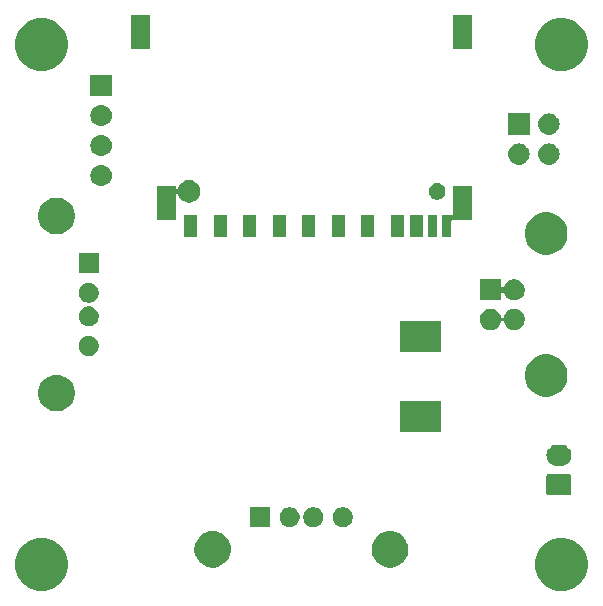
<source format=gbr>
G04 #@! TF.GenerationSoftware,KiCad,Pcbnew,(5.1.4-0-10_14)*
G04 #@! TF.CreationDate,2020-12-07T20:11:59-03:00*
G04 #@! TF.ProjectId,hub_usb_sd,6875625f-7573-4625-9f73-642e6b696361,1.0*
G04 #@! TF.SameCoordinates,Original*
G04 #@! TF.FileFunction,Soldermask,Top*
G04 #@! TF.FilePolarity,Negative*
%FSLAX46Y46*%
G04 Gerber Fmt 4.6, Leading zero omitted, Abs format (unit mm)*
G04 Created by KiCad (PCBNEW (5.1.4-0-10_14)) date 2020-12-07 20:11:59*
%MOMM*%
%LPD*%
G04 APERTURE LIST*
%ADD10C,0.100000*%
G04 APERTURE END LIST*
D10*
G36*
X167275880Y-114759776D02*
G01*
X167656593Y-114835504D01*
X168066249Y-115005189D01*
X168434929Y-115251534D01*
X168748466Y-115565071D01*
X168994811Y-115933751D01*
X169164496Y-116343407D01*
X169251000Y-116778296D01*
X169251000Y-117221704D01*
X169164496Y-117656593D01*
X168994811Y-118066249D01*
X168748466Y-118434929D01*
X168434929Y-118748466D01*
X168066249Y-118994811D01*
X167656593Y-119164496D01*
X167275880Y-119240224D01*
X167221705Y-119251000D01*
X166778295Y-119251000D01*
X166724120Y-119240224D01*
X166343407Y-119164496D01*
X165933751Y-118994811D01*
X165565071Y-118748466D01*
X165251534Y-118434929D01*
X165005189Y-118066249D01*
X164835504Y-117656593D01*
X164749000Y-117221704D01*
X164749000Y-116778296D01*
X164835504Y-116343407D01*
X165005189Y-115933751D01*
X165251534Y-115565071D01*
X165565071Y-115251534D01*
X165933751Y-115005189D01*
X166343407Y-114835504D01*
X166724120Y-114759776D01*
X166778295Y-114749000D01*
X167221705Y-114749000D01*
X167275880Y-114759776D01*
X167275880Y-114759776D01*
G37*
G36*
X123275880Y-114759776D02*
G01*
X123656593Y-114835504D01*
X124066249Y-115005189D01*
X124434929Y-115251534D01*
X124748466Y-115565071D01*
X124994811Y-115933751D01*
X125164496Y-116343407D01*
X125251000Y-116778296D01*
X125251000Y-117221704D01*
X125164496Y-117656593D01*
X124994811Y-118066249D01*
X124748466Y-118434929D01*
X124434929Y-118748466D01*
X124066249Y-118994811D01*
X123656593Y-119164496D01*
X123275880Y-119240224D01*
X123221705Y-119251000D01*
X122778295Y-119251000D01*
X122724120Y-119240224D01*
X122343407Y-119164496D01*
X121933751Y-118994811D01*
X121565071Y-118748466D01*
X121251534Y-118434929D01*
X121005189Y-118066249D01*
X120835504Y-117656593D01*
X120749000Y-117221704D01*
X120749000Y-116778296D01*
X120835504Y-116343407D01*
X121005189Y-115933751D01*
X121251534Y-115565071D01*
X121565071Y-115251534D01*
X121933751Y-115005189D01*
X122343407Y-114835504D01*
X122724120Y-114759776D01*
X122778295Y-114749000D01*
X123221705Y-114749000D01*
X123275880Y-114759776D01*
X123275880Y-114759776D01*
G37*
G36*
X152802585Y-114198802D02*
G01*
X152952410Y-114228604D01*
X153234674Y-114345521D01*
X153488705Y-114515259D01*
X153704741Y-114731295D01*
X153874479Y-114985326D01*
X153977082Y-115233033D01*
X153991396Y-115267591D01*
X154031055Y-115466967D01*
X154051000Y-115567240D01*
X154051000Y-115872760D01*
X153991396Y-116172410D01*
X153874479Y-116454674D01*
X153704741Y-116708705D01*
X153488705Y-116924741D01*
X153234674Y-117094479D01*
X152952410Y-117211396D01*
X152802585Y-117241198D01*
X152652761Y-117271000D01*
X152347239Y-117271000D01*
X152197415Y-117241198D01*
X152047590Y-117211396D01*
X151765326Y-117094479D01*
X151511295Y-116924741D01*
X151295259Y-116708705D01*
X151125521Y-116454674D01*
X151008604Y-116172410D01*
X150949000Y-115872760D01*
X150949000Y-115567240D01*
X150968946Y-115466967D01*
X151008604Y-115267591D01*
X151022918Y-115233033D01*
X151125521Y-114985326D01*
X151295259Y-114731295D01*
X151511295Y-114515259D01*
X151765326Y-114345521D01*
X152047590Y-114228604D01*
X152197415Y-114198802D01*
X152347239Y-114169000D01*
X152652761Y-114169000D01*
X152802585Y-114198802D01*
X152802585Y-114198802D01*
G37*
G36*
X137802585Y-114198802D02*
G01*
X137952410Y-114228604D01*
X138234674Y-114345521D01*
X138488705Y-114515259D01*
X138704741Y-114731295D01*
X138874479Y-114985326D01*
X138977082Y-115233033D01*
X138991396Y-115267591D01*
X139031055Y-115466967D01*
X139051000Y-115567240D01*
X139051000Y-115872760D01*
X138991396Y-116172410D01*
X138874479Y-116454674D01*
X138704741Y-116708705D01*
X138488705Y-116924741D01*
X138234674Y-117094479D01*
X137952410Y-117211396D01*
X137802585Y-117241198D01*
X137652761Y-117271000D01*
X137347239Y-117271000D01*
X137197415Y-117241198D01*
X137047590Y-117211396D01*
X136765326Y-117094479D01*
X136511295Y-116924741D01*
X136295259Y-116708705D01*
X136125521Y-116454674D01*
X136008604Y-116172410D01*
X135949000Y-115872760D01*
X135949000Y-115567240D01*
X135968946Y-115466967D01*
X136008604Y-115267591D01*
X136022918Y-115233033D01*
X136125521Y-114985326D01*
X136295259Y-114731295D01*
X136511295Y-114515259D01*
X136765326Y-114345521D01*
X137047590Y-114228604D01*
X137197415Y-114198802D01*
X137347239Y-114169000D01*
X137652761Y-114169000D01*
X137802585Y-114198802D01*
X137802585Y-114198802D01*
G37*
G36*
X148748228Y-112191703D02*
G01*
X148903100Y-112255853D01*
X149042481Y-112348985D01*
X149161015Y-112467519D01*
X149254147Y-112606900D01*
X149318297Y-112761772D01*
X149351000Y-112926184D01*
X149351000Y-113093816D01*
X149318297Y-113258228D01*
X149254147Y-113413100D01*
X149161015Y-113552481D01*
X149042481Y-113671015D01*
X148903100Y-113764147D01*
X148748228Y-113828297D01*
X148583816Y-113861000D01*
X148416184Y-113861000D01*
X148251772Y-113828297D01*
X148096900Y-113764147D01*
X147957519Y-113671015D01*
X147838985Y-113552481D01*
X147745853Y-113413100D01*
X147681703Y-113258228D01*
X147649000Y-113093816D01*
X147649000Y-112926184D01*
X147681703Y-112761772D01*
X147745853Y-112606900D01*
X147838985Y-112467519D01*
X147957519Y-112348985D01*
X148096900Y-112255853D01*
X148251772Y-112191703D01*
X148416184Y-112159000D01*
X148583816Y-112159000D01*
X148748228Y-112191703D01*
X148748228Y-112191703D01*
G37*
G36*
X146248228Y-112191703D02*
G01*
X146403100Y-112255853D01*
X146542481Y-112348985D01*
X146661015Y-112467519D01*
X146754147Y-112606900D01*
X146818297Y-112761772D01*
X146851000Y-112926184D01*
X146851000Y-113093816D01*
X146818297Y-113258228D01*
X146754147Y-113413100D01*
X146661015Y-113552481D01*
X146542481Y-113671015D01*
X146403100Y-113764147D01*
X146248228Y-113828297D01*
X146083816Y-113861000D01*
X145916184Y-113861000D01*
X145751772Y-113828297D01*
X145596900Y-113764147D01*
X145457519Y-113671015D01*
X145338985Y-113552481D01*
X145245853Y-113413100D01*
X145181703Y-113258228D01*
X145149000Y-113093816D01*
X145149000Y-112926184D01*
X145181703Y-112761772D01*
X145245853Y-112606900D01*
X145338985Y-112467519D01*
X145457519Y-112348985D01*
X145596900Y-112255853D01*
X145751772Y-112191703D01*
X145916184Y-112159000D01*
X146083816Y-112159000D01*
X146248228Y-112191703D01*
X146248228Y-112191703D01*
G37*
G36*
X144248228Y-112191703D02*
G01*
X144403100Y-112255853D01*
X144542481Y-112348985D01*
X144661015Y-112467519D01*
X144754147Y-112606900D01*
X144818297Y-112761772D01*
X144851000Y-112926184D01*
X144851000Y-113093816D01*
X144818297Y-113258228D01*
X144754147Y-113413100D01*
X144661015Y-113552481D01*
X144542481Y-113671015D01*
X144403100Y-113764147D01*
X144248228Y-113828297D01*
X144083816Y-113861000D01*
X143916184Y-113861000D01*
X143751772Y-113828297D01*
X143596900Y-113764147D01*
X143457519Y-113671015D01*
X143338985Y-113552481D01*
X143245853Y-113413100D01*
X143181703Y-113258228D01*
X143149000Y-113093816D01*
X143149000Y-112926184D01*
X143181703Y-112761772D01*
X143245853Y-112606900D01*
X143338985Y-112467519D01*
X143457519Y-112348985D01*
X143596900Y-112255853D01*
X143751772Y-112191703D01*
X143916184Y-112159000D01*
X144083816Y-112159000D01*
X144248228Y-112191703D01*
X144248228Y-112191703D01*
G37*
G36*
X142351000Y-113861000D02*
G01*
X140649000Y-113861000D01*
X140649000Y-112159000D01*
X142351000Y-112159000D01*
X142351000Y-113861000D01*
X142351000Y-113861000D01*
G37*
G36*
X167708600Y-109362989D02*
G01*
X167741652Y-109373015D01*
X167772103Y-109389292D01*
X167798799Y-109411201D01*
X167820708Y-109437897D01*
X167836985Y-109468348D01*
X167847011Y-109501400D01*
X167851000Y-109541903D01*
X167851000Y-110978097D01*
X167847011Y-111018600D01*
X167836985Y-111051652D01*
X167820708Y-111082103D01*
X167798799Y-111108799D01*
X167772103Y-111130708D01*
X167741652Y-111146985D01*
X167708600Y-111157011D01*
X167668097Y-111161000D01*
X165931903Y-111161000D01*
X165891400Y-111157011D01*
X165858348Y-111146985D01*
X165827897Y-111130708D01*
X165801201Y-111108799D01*
X165779292Y-111082103D01*
X165763015Y-111051652D01*
X165752989Y-111018600D01*
X165749000Y-110978097D01*
X165749000Y-109541903D01*
X165752989Y-109501400D01*
X165763015Y-109468348D01*
X165779292Y-109437897D01*
X165801201Y-109411201D01*
X165827897Y-109389292D01*
X165858348Y-109373015D01*
X165891400Y-109362989D01*
X165931903Y-109359000D01*
X167668097Y-109359000D01*
X167708600Y-109362989D01*
X167708600Y-109362989D01*
G37*
G36*
X167060443Y-106865519D02*
G01*
X167126627Y-106872037D01*
X167296466Y-106923557D01*
X167452991Y-107007222D01*
X167488729Y-107036552D01*
X167590186Y-107119814D01*
X167673448Y-107221271D01*
X167702778Y-107257009D01*
X167786443Y-107413534D01*
X167837963Y-107583373D01*
X167855359Y-107760000D01*
X167837963Y-107936627D01*
X167786443Y-108106466D01*
X167702778Y-108262991D01*
X167673448Y-108298729D01*
X167590186Y-108400186D01*
X167488729Y-108483448D01*
X167452991Y-108512778D01*
X167296466Y-108596443D01*
X167126627Y-108647963D01*
X167060443Y-108654481D01*
X166994260Y-108661000D01*
X166605740Y-108661000D01*
X166539557Y-108654481D01*
X166473373Y-108647963D01*
X166303534Y-108596443D01*
X166147009Y-108512778D01*
X166111271Y-108483448D01*
X166009814Y-108400186D01*
X165926552Y-108298729D01*
X165897222Y-108262991D01*
X165813557Y-108106466D01*
X165762037Y-107936627D01*
X165744641Y-107760000D01*
X165762037Y-107583373D01*
X165813557Y-107413534D01*
X165897222Y-107257009D01*
X165926552Y-107221271D01*
X166009814Y-107119814D01*
X166111271Y-107036552D01*
X166147009Y-107007222D01*
X166303534Y-106923557D01*
X166473373Y-106872037D01*
X166539557Y-106865519D01*
X166605740Y-106859000D01*
X166994260Y-106859000D01*
X167060443Y-106865519D01*
X167060443Y-106865519D01*
G37*
G36*
X156779000Y-105778000D02*
G01*
X153377000Y-105778000D01*
X153377000Y-103176000D01*
X156779000Y-103176000D01*
X156779000Y-105778000D01*
X156779000Y-105778000D01*
G37*
G36*
X124582585Y-100978802D02*
G01*
X124732410Y-101008604D01*
X125014674Y-101125521D01*
X125268705Y-101295259D01*
X125484741Y-101511295D01*
X125654479Y-101765326D01*
X125771396Y-102047590D01*
X125831000Y-102347240D01*
X125831000Y-102652760D01*
X125771396Y-102952410D01*
X125654479Y-103234674D01*
X125484741Y-103488705D01*
X125268705Y-103704741D01*
X125014674Y-103874479D01*
X124732410Y-103991396D01*
X124582585Y-104021198D01*
X124432761Y-104051000D01*
X124127239Y-104051000D01*
X123977415Y-104021198D01*
X123827590Y-103991396D01*
X123545326Y-103874479D01*
X123291295Y-103704741D01*
X123075259Y-103488705D01*
X122905521Y-103234674D01*
X122788604Y-102952410D01*
X122729000Y-102652760D01*
X122729000Y-102347240D01*
X122788604Y-102047590D01*
X122905521Y-101765326D01*
X123075259Y-101511295D01*
X123291295Y-101295259D01*
X123545326Y-101125521D01*
X123827590Y-101008604D01*
X123977415Y-100978802D01*
X124127239Y-100949000D01*
X124432761Y-100949000D01*
X124582585Y-100978802D01*
X124582585Y-100978802D01*
G37*
G36*
X166245331Y-99288211D02*
G01*
X166573092Y-99423974D01*
X166868070Y-99621072D01*
X167118928Y-99871930D01*
X167316026Y-100166908D01*
X167451789Y-100494669D01*
X167521000Y-100842616D01*
X167521000Y-101197384D01*
X167451789Y-101545331D01*
X167316026Y-101873092D01*
X167118928Y-102168070D01*
X166868070Y-102418928D01*
X166573092Y-102616026D01*
X166245331Y-102751789D01*
X165897384Y-102821000D01*
X165542616Y-102821000D01*
X165194669Y-102751789D01*
X164866908Y-102616026D01*
X164571930Y-102418928D01*
X164321072Y-102168070D01*
X164123974Y-101873092D01*
X163988211Y-101545331D01*
X163919000Y-101197384D01*
X163919000Y-100842616D01*
X163988211Y-100494669D01*
X164123974Y-100166908D01*
X164321072Y-99871930D01*
X164571930Y-99621072D01*
X164866908Y-99423974D01*
X165194669Y-99288211D01*
X165542616Y-99219000D01*
X165897384Y-99219000D01*
X166245331Y-99288211D01*
X166245331Y-99288211D01*
G37*
G36*
X127238228Y-97681703D02*
G01*
X127393100Y-97745853D01*
X127532481Y-97838985D01*
X127651015Y-97957519D01*
X127744147Y-98096900D01*
X127808297Y-98251772D01*
X127841000Y-98416184D01*
X127841000Y-98583816D01*
X127808297Y-98748228D01*
X127744147Y-98903100D01*
X127651015Y-99042481D01*
X127532481Y-99161015D01*
X127393100Y-99254147D01*
X127238228Y-99318297D01*
X127073816Y-99351000D01*
X126906184Y-99351000D01*
X126741772Y-99318297D01*
X126586900Y-99254147D01*
X126447519Y-99161015D01*
X126328985Y-99042481D01*
X126235853Y-98903100D01*
X126171703Y-98748228D01*
X126139000Y-98583816D01*
X126139000Y-98416184D01*
X126171703Y-98251772D01*
X126235853Y-98096900D01*
X126328985Y-97957519D01*
X126447519Y-97838985D01*
X126586900Y-97745853D01*
X126741772Y-97681703D01*
X126906184Y-97649000D01*
X127073816Y-97649000D01*
X127238228Y-97681703D01*
X127238228Y-97681703D01*
G37*
G36*
X156779000Y-98978000D02*
G01*
X153377000Y-98978000D01*
X153377000Y-96376000D01*
X156779000Y-96376000D01*
X156779000Y-98978000D01*
X156779000Y-98978000D01*
G37*
G36*
X161123512Y-95353927D02*
G01*
X161272812Y-95383624D01*
X161436784Y-95451544D01*
X161584354Y-95550147D01*
X161709853Y-95675646D01*
X161808456Y-95823216D01*
X161876376Y-95987188D01*
X161887405Y-96042638D01*
X161894516Y-96066078D01*
X161906067Y-96087689D01*
X161921613Y-96106631D01*
X161940555Y-96122176D01*
X161962165Y-96133727D01*
X161985614Y-96140840D01*
X162010000Y-96143242D01*
X162034387Y-96140840D01*
X162057835Y-96133727D01*
X162079446Y-96122176D01*
X162098388Y-96106630D01*
X162113933Y-96087688D01*
X162125484Y-96066078D01*
X162132595Y-96042638D01*
X162143624Y-95987188D01*
X162211544Y-95823216D01*
X162310147Y-95675646D01*
X162435646Y-95550147D01*
X162583216Y-95451544D01*
X162747188Y-95383624D01*
X162896488Y-95353927D01*
X162921258Y-95349000D01*
X163098742Y-95349000D01*
X163123512Y-95353927D01*
X163272812Y-95383624D01*
X163436784Y-95451544D01*
X163584354Y-95550147D01*
X163709853Y-95675646D01*
X163808456Y-95823216D01*
X163876376Y-95987188D01*
X163911000Y-96161259D01*
X163911000Y-96338741D01*
X163876376Y-96512812D01*
X163808456Y-96676784D01*
X163709853Y-96824354D01*
X163584354Y-96949853D01*
X163436784Y-97048456D01*
X163272812Y-97116376D01*
X163123512Y-97146073D01*
X163098742Y-97151000D01*
X162921258Y-97151000D01*
X162896488Y-97146073D01*
X162747188Y-97116376D01*
X162583216Y-97048456D01*
X162435646Y-96949853D01*
X162310147Y-96824354D01*
X162211544Y-96676784D01*
X162143624Y-96512812D01*
X162132595Y-96457362D01*
X162125484Y-96433922D01*
X162113933Y-96412311D01*
X162098387Y-96393369D01*
X162079445Y-96377824D01*
X162057835Y-96366273D01*
X162034386Y-96359160D01*
X162010000Y-96356758D01*
X161985613Y-96359160D01*
X161962165Y-96366273D01*
X161940554Y-96377824D01*
X161921612Y-96393370D01*
X161906067Y-96412312D01*
X161894516Y-96433922D01*
X161887405Y-96457362D01*
X161876376Y-96512812D01*
X161808456Y-96676784D01*
X161709853Y-96824354D01*
X161584354Y-96949853D01*
X161436784Y-97048456D01*
X161272812Y-97116376D01*
X161123512Y-97146073D01*
X161098742Y-97151000D01*
X160921258Y-97151000D01*
X160896488Y-97146073D01*
X160747188Y-97116376D01*
X160583216Y-97048456D01*
X160435646Y-96949853D01*
X160310147Y-96824354D01*
X160211544Y-96676784D01*
X160143624Y-96512812D01*
X160109000Y-96338741D01*
X160109000Y-96161259D01*
X160143624Y-95987188D01*
X160211544Y-95823216D01*
X160310147Y-95675646D01*
X160435646Y-95550147D01*
X160583216Y-95451544D01*
X160747188Y-95383624D01*
X160896488Y-95353927D01*
X160921258Y-95349000D01*
X161098742Y-95349000D01*
X161123512Y-95353927D01*
X161123512Y-95353927D01*
G37*
G36*
X127238228Y-95181703D02*
G01*
X127393100Y-95245853D01*
X127532481Y-95338985D01*
X127651015Y-95457519D01*
X127744147Y-95596900D01*
X127808297Y-95751772D01*
X127841000Y-95916184D01*
X127841000Y-96083816D01*
X127808297Y-96248228D01*
X127744147Y-96403100D01*
X127651015Y-96542481D01*
X127532481Y-96661015D01*
X127393100Y-96754147D01*
X127238228Y-96818297D01*
X127073816Y-96851000D01*
X126906184Y-96851000D01*
X126741772Y-96818297D01*
X126586900Y-96754147D01*
X126447519Y-96661015D01*
X126328985Y-96542481D01*
X126235853Y-96403100D01*
X126171703Y-96248228D01*
X126139000Y-96083816D01*
X126139000Y-95916184D01*
X126171703Y-95751772D01*
X126235853Y-95596900D01*
X126328985Y-95457519D01*
X126447519Y-95338985D01*
X126586900Y-95245853D01*
X126741772Y-95181703D01*
X126906184Y-95149000D01*
X127073816Y-95149000D01*
X127238228Y-95181703D01*
X127238228Y-95181703D01*
G37*
G36*
X127238228Y-93181703D02*
G01*
X127393100Y-93245853D01*
X127532481Y-93338985D01*
X127651015Y-93457519D01*
X127744147Y-93596900D01*
X127808297Y-93751772D01*
X127841000Y-93916184D01*
X127841000Y-94083816D01*
X127808297Y-94248228D01*
X127744147Y-94403100D01*
X127651015Y-94542481D01*
X127532481Y-94661015D01*
X127393100Y-94754147D01*
X127238228Y-94818297D01*
X127073816Y-94851000D01*
X126906184Y-94851000D01*
X126741772Y-94818297D01*
X126586900Y-94754147D01*
X126447519Y-94661015D01*
X126328985Y-94542481D01*
X126235853Y-94403100D01*
X126171703Y-94248228D01*
X126139000Y-94083816D01*
X126139000Y-93916184D01*
X126171703Y-93751772D01*
X126235853Y-93596900D01*
X126328985Y-93457519D01*
X126447519Y-93338985D01*
X126586900Y-93245853D01*
X126741772Y-93181703D01*
X126906184Y-93149000D01*
X127073816Y-93149000D01*
X127238228Y-93181703D01*
X127238228Y-93181703D01*
G37*
G36*
X161911000Y-93420383D02*
G01*
X161913402Y-93444769D01*
X161920515Y-93468218D01*
X161932066Y-93489829D01*
X161947611Y-93508771D01*
X161966553Y-93524316D01*
X161988164Y-93535867D01*
X162011613Y-93542980D01*
X162035999Y-93545382D01*
X162060385Y-93542980D01*
X162083834Y-93535867D01*
X162105445Y-93524316D01*
X162124387Y-93508771D01*
X162139932Y-93489829D01*
X162151477Y-93468229D01*
X162211544Y-93323216D01*
X162310147Y-93175646D01*
X162435646Y-93050147D01*
X162583216Y-92951544D01*
X162747188Y-92883624D01*
X162896488Y-92853927D01*
X162921258Y-92849000D01*
X163098742Y-92849000D01*
X163123512Y-92853927D01*
X163272812Y-92883624D01*
X163436784Y-92951544D01*
X163584354Y-93050147D01*
X163709853Y-93175646D01*
X163808456Y-93323216D01*
X163876376Y-93487188D01*
X163911000Y-93661259D01*
X163911000Y-93838741D01*
X163876376Y-94012812D01*
X163808456Y-94176784D01*
X163709853Y-94324354D01*
X163584354Y-94449853D01*
X163436784Y-94548456D01*
X163272812Y-94616376D01*
X163123512Y-94646073D01*
X163098742Y-94651000D01*
X162921258Y-94651000D01*
X162896488Y-94646073D01*
X162747188Y-94616376D01*
X162583216Y-94548456D01*
X162435646Y-94449853D01*
X162310147Y-94324354D01*
X162211544Y-94176784D01*
X162151477Y-94031771D01*
X162139932Y-94010171D01*
X162124387Y-93991229D01*
X162105445Y-93975684D01*
X162083834Y-93964133D01*
X162060385Y-93957020D01*
X162035999Y-93954618D01*
X162011613Y-93957020D01*
X161988164Y-93964133D01*
X161966553Y-93975684D01*
X161947611Y-93991229D01*
X161932066Y-94010171D01*
X161920515Y-94031782D01*
X161913402Y-94055231D01*
X161911000Y-94079617D01*
X161911000Y-94651000D01*
X160109000Y-94651000D01*
X160109000Y-92849000D01*
X161911000Y-92849000D01*
X161911000Y-93420383D01*
X161911000Y-93420383D01*
G37*
G36*
X127841000Y-92351000D02*
G01*
X126139000Y-92351000D01*
X126139000Y-90649000D01*
X127841000Y-90649000D01*
X127841000Y-92351000D01*
X127841000Y-92351000D01*
G37*
G36*
X166245331Y-87248211D02*
G01*
X166573092Y-87383974D01*
X166868070Y-87581072D01*
X167118928Y-87831930D01*
X167316026Y-88126908D01*
X167451789Y-88454669D01*
X167521000Y-88802616D01*
X167521000Y-89157384D01*
X167451789Y-89505331D01*
X167316026Y-89833092D01*
X167118928Y-90128070D01*
X166868070Y-90378928D01*
X166573092Y-90576026D01*
X166245331Y-90711789D01*
X165897384Y-90781000D01*
X165542616Y-90781000D01*
X165194669Y-90711789D01*
X164866908Y-90576026D01*
X164571930Y-90378928D01*
X164321072Y-90128070D01*
X164123974Y-89833092D01*
X163988211Y-89505331D01*
X163919000Y-89157384D01*
X163919000Y-88802616D01*
X163988211Y-88454669D01*
X164123974Y-88126908D01*
X164321072Y-87831930D01*
X164571930Y-87581072D01*
X164866908Y-87383974D01*
X165194669Y-87248211D01*
X165542616Y-87179000D01*
X165897384Y-87179000D01*
X166245331Y-87248211D01*
X166245331Y-87248211D01*
G37*
G36*
X159451000Y-87862000D02*
G01*
X157807399Y-87862000D01*
X157783013Y-87864402D01*
X157759564Y-87871515D01*
X157737953Y-87883066D01*
X157719011Y-87898611D01*
X157703466Y-87917553D01*
X157691915Y-87939164D01*
X157684802Y-87962613D01*
X157682400Y-87986999D01*
X157682400Y-89312000D01*
X156880400Y-89312000D01*
X156880400Y-87410000D01*
X157724001Y-87410000D01*
X157748387Y-87407598D01*
X157771836Y-87400485D01*
X157793447Y-87388934D01*
X157812389Y-87373389D01*
X157827934Y-87354447D01*
X157839485Y-87332836D01*
X157846598Y-87309387D01*
X157849000Y-87285001D01*
X157849000Y-84960000D01*
X159451000Y-84960000D01*
X159451000Y-87862000D01*
X159451000Y-87862000D01*
G37*
G36*
X156482400Y-89312000D02*
G01*
X155680400Y-89312000D01*
X155680400Y-87410000D01*
X156482400Y-87410000D01*
X156482400Y-89312000D01*
X156482400Y-89312000D01*
G37*
G36*
X155332430Y-89312000D02*
G01*
X154230430Y-89312000D01*
X154230430Y-87410000D01*
X155332430Y-87410000D01*
X155332430Y-89312000D01*
X155332430Y-89312000D01*
G37*
G36*
X153682430Y-89312000D02*
G01*
X152580430Y-89312000D01*
X152580430Y-87410000D01*
X153682430Y-87410000D01*
X153682430Y-89312000D01*
X153682430Y-89312000D01*
G37*
G36*
X148682430Y-89312000D02*
G01*
X147580430Y-89312000D01*
X147580430Y-87410000D01*
X148682430Y-87410000D01*
X148682430Y-89312000D01*
X148682430Y-89312000D01*
G37*
G36*
X146182428Y-89312000D02*
G01*
X145080428Y-89312000D01*
X145080428Y-87410000D01*
X146182428Y-87410000D01*
X146182428Y-89312000D01*
X146182428Y-89312000D01*
G37*
G36*
X143682430Y-89312000D02*
G01*
X142580430Y-89312000D01*
X142580430Y-87410000D01*
X143682430Y-87410000D01*
X143682430Y-89312000D01*
X143682430Y-89312000D01*
G37*
G36*
X141182430Y-89312000D02*
G01*
X140080430Y-89312000D01*
X140080430Y-87410000D01*
X141182430Y-87410000D01*
X141182430Y-89312000D01*
X141182430Y-89312000D01*
G37*
G36*
X138682430Y-89312000D02*
G01*
X137580430Y-89312000D01*
X137580430Y-87410000D01*
X138682430Y-87410000D01*
X138682430Y-89312000D01*
X138682430Y-89312000D01*
G37*
G36*
X136182430Y-89312000D02*
G01*
X135080430Y-89312000D01*
X135080430Y-87410000D01*
X136182430Y-87410000D01*
X136182430Y-89312000D01*
X136182430Y-89312000D01*
G37*
G36*
X151182430Y-89312000D02*
G01*
X150080430Y-89312000D01*
X150080430Y-87410000D01*
X151182430Y-87410000D01*
X151182430Y-89312000D01*
X151182430Y-89312000D01*
G37*
G36*
X124582585Y-85978802D02*
G01*
X124732410Y-86008604D01*
X125014674Y-86125521D01*
X125268705Y-86295259D01*
X125484741Y-86511295D01*
X125654479Y-86765326D01*
X125771396Y-87047590D01*
X125831000Y-87347240D01*
X125831000Y-87652760D01*
X125771396Y-87952410D01*
X125654479Y-88234674D01*
X125484741Y-88488705D01*
X125268705Y-88704741D01*
X125014674Y-88874479D01*
X124732410Y-88991396D01*
X124582585Y-89021198D01*
X124432761Y-89051000D01*
X124127239Y-89051000D01*
X123977415Y-89021198D01*
X123827590Y-88991396D01*
X123545326Y-88874479D01*
X123291295Y-88704741D01*
X123075259Y-88488705D01*
X122905521Y-88234674D01*
X122788604Y-87952410D01*
X122729000Y-87652760D01*
X122729000Y-87347240D01*
X122788604Y-87047590D01*
X122905521Y-86765326D01*
X123075259Y-86511295D01*
X123291295Y-86295259D01*
X123545326Y-86125521D01*
X123827590Y-86008604D01*
X123977415Y-85978802D01*
X124127239Y-85949000D01*
X124432761Y-85949000D01*
X124582585Y-85978802D01*
X124582585Y-85978802D01*
G37*
G36*
X135777395Y-84496546D02*
G01*
X135950466Y-84568234D01*
X135950467Y-84568235D01*
X136106227Y-84672310D01*
X136238690Y-84804773D01*
X136238691Y-84804775D01*
X136342766Y-84960534D01*
X136414454Y-85133605D01*
X136451000Y-85317333D01*
X136451000Y-85504667D01*
X136414454Y-85688395D01*
X136342766Y-85861466D01*
X136342765Y-85861467D01*
X136238690Y-86017227D01*
X136106227Y-86149690D01*
X136027818Y-86202081D01*
X135950466Y-86253766D01*
X135777395Y-86325454D01*
X135593667Y-86362000D01*
X135406333Y-86362000D01*
X135222605Y-86325454D01*
X135049534Y-86253766D01*
X134972182Y-86202081D01*
X134893773Y-86149690D01*
X134761310Y-86017227D01*
X134657235Y-85861467D01*
X134657234Y-85861466D01*
X134591483Y-85702729D01*
X134579932Y-85681118D01*
X134564387Y-85662176D01*
X134545445Y-85646631D01*
X134523834Y-85635080D01*
X134500385Y-85627967D01*
X134475999Y-85625565D01*
X134451613Y-85627967D01*
X134428164Y-85635080D01*
X134406553Y-85646631D01*
X134387611Y-85662176D01*
X134372066Y-85681118D01*
X134360515Y-85702729D01*
X134353402Y-85726178D01*
X134351000Y-85750564D01*
X134351000Y-87862000D01*
X132749000Y-87862000D01*
X132749000Y-84960000D01*
X134351000Y-84960000D01*
X134351000Y-85071436D01*
X134353402Y-85095822D01*
X134360515Y-85119271D01*
X134372066Y-85140882D01*
X134387611Y-85159824D01*
X134406553Y-85175369D01*
X134428164Y-85186920D01*
X134451613Y-85194033D01*
X134475999Y-85196435D01*
X134500385Y-85194033D01*
X134523834Y-85186920D01*
X134545445Y-85175369D01*
X134564387Y-85159824D01*
X134579932Y-85140882D01*
X134591483Y-85119271D01*
X134657234Y-84960534D01*
X134761309Y-84804775D01*
X134761310Y-84804773D01*
X134893773Y-84672310D01*
X135049533Y-84568235D01*
X135049534Y-84568234D01*
X135222605Y-84496546D01*
X135406333Y-84460000D01*
X135593667Y-84460000D01*
X135777395Y-84496546D01*
X135777395Y-84496546D01*
G37*
G36*
X156704473Y-84736938D02*
G01*
X156832049Y-84789782D01*
X156946859Y-84866495D01*
X157044505Y-84964141D01*
X157121218Y-85078951D01*
X157174062Y-85206527D01*
X157201000Y-85341956D01*
X157201000Y-85480044D01*
X157174062Y-85615473D01*
X157121218Y-85743049D01*
X157044505Y-85857859D01*
X156946859Y-85955505D01*
X156832049Y-86032218D01*
X156704473Y-86085062D01*
X156569044Y-86112000D01*
X156430956Y-86112000D01*
X156295527Y-86085062D01*
X156167951Y-86032218D01*
X156053141Y-85955505D01*
X155955495Y-85857859D01*
X155878782Y-85743049D01*
X155825938Y-85615473D01*
X155799000Y-85480044D01*
X155799000Y-85341956D01*
X155825938Y-85206527D01*
X155878782Y-85078951D01*
X155955495Y-84964141D01*
X156053141Y-84866495D01*
X156167951Y-84789782D01*
X156295527Y-84736938D01*
X156430956Y-84710000D01*
X156569044Y-84710000D01*
X156704473Y-84736938D01*
X156704473Y-84736938D01*
G37*
G36*
X128146442Y-83175518D02*
G01*
X128212627Y-83182037D01*
X128382466Y-83233557D01*
X128538991Y-83317222D01*
X128574729Y-83346552D01*
X128676186Y-83429814D01*
X128759448Y-83531271D01*
X128788778Y-83567009D01*
X128872443Y-83723534D01*
X128923963Y-83893373D01*
X128941359Y-84070000D01*
X128923963Y-84246627D01*
X128872443Y-84416466D01*
X128788778Y-84572991D01*
X128759448Y-84608729D01*
X128676186Y-84710186D01*
X128574729Y-84793448D01*
X128538991Y-84822778D01*
X128382466Y-84906443D01*
X128212627Y-84957963D01*
X128149930Y-84964138D01*
X128080260Y-84971000D01*
X127991740Y-84971000D01*
X127922070Y-84964138D01*
X127859373Y-84957963D01*
X127689534Y-84906443D01*
X127533009Y-84822778D01*
X127497271Y-84793448D01*
X127395814Y-84710186D01*
X127312552Y-84608729D01*
X127283222Y-84572991D01*
X127199557Y-84416466D01*
X127148037Y-84246627D01*
X127130641Y-84070000D01*
X127148037Y-83893373D01*
X127199557Y-83723534D01*
X127283222Y-83567009D01*
X127312552Y-83531271D01*
X127395814Y-83429814D01*
X127497271Y-83346552D01*
X127533009Y-83317222D01*
X127689534Y-83233557D01*
X127859373Y-83182037D01*
X127925558Y-83175518D01*
X127991740Y-83169000D01*
X128080260Y-83169000D01*
X128146442Y-83175518D01*
X128146442Y-83175518D01*
G37*
G36*
X166070442Y-81365518D02*
G01*
X166136627Y-81372037D01*
X166306466Y-81423557D01*
X166462991Y-81507222D01*
X166490746Y-81530000D01*
X166600186Y-81619814D01*
X166683448Y-81721271D01*
X166712778Y-81757009D01*
X166796443Y-81913534D01*
X166847963Y-82083373D01*
X166865359Y-82260000D01*
X166847963Y-82436627D01*
X166796443Y-82606466D01*
X166712778Y-82762991D01*
X166683448Y-82798729D01*
X166600186Y-82900186D01*
X166498729Y-82983448D01*
X166462991Y-83012778D01*
X166306466Y-83096443D01*
X166136627Y-83147963D01*
X166070443Y-83154481D01*
X166004260Y-83161000D01*
X165915740Y-83161000D01*
X165849557Y-83154481D01*
X165783373Y-83147963D01*
X165613534Y-83096443D01*
X165457009Y-83012778D01*
X165421271Y-82983448D01*
X165319814Y-82900186D01*
X165236552Y-82798729D01*
X165207222Y-82762991D01*
X165123557Y-82606466D01*
X165072037Y-82436627D01*
X165054641Y-82260000D01*
X165072037Y-82083373D01*
X165123557Y-81913534D01*
X165207222Y-81757009D01*
X165236552Y-81721271D01*
X165319814Y-81619814D01*
X165429254Y-81530000D01*
X165457009Y-81507222D01*
X165613534Y-81423557D01*
X165783373Y-81372037D01*
X165849558Y-81365518D01*
X165915740Y-81359000D01*
X166004260Y-81359000D01*
X166070442Y-81365518D01*
X166070442Y-81365518D01*
G37*
G36*
X163530442Y-81365518D02*
G01*
X163596627Y-81372037D01*
X163766466Y-81423557D01*
X163922991Y-81507222D01*
X163950746Y-81530000D01*
X164060186Y-81619814D01*
X164143448Y-81721271D01*
X164172778Y-81757009D01*
X164256443Y-81913534D01*
X164307963Y-82083373D01*
X164325359Y-82260000D01*
X164307963Y-82436627D01*
X164256443Y-82606466D01*
X164172778Y-82762991D01*
X164143448Y-82798729D01*
X164060186Y-82900186D01*
X163958729Y-82983448D01*
X163922991Y-83012778D01*
X163766466Y-83096443D01*
X163596627Y-83147963D01*
X163530443Y-83154481D01*
X163464260Y-83161000D01*
X163375740Y-83161000D01*
X163309557Y-83154481D01*
X163243373Y-83147963D01*
X163073534Y-83096443D01*
X162917009Y-83012778D01*
X162881271Y-82983448D01*
X162779814Y-82900186D01*
X162696552Y-82798729D01*
X162667222Y-82762991D01*
X162583557Y-82606466D01*
X162532037Y-82436627D01*
X162514641Y-82260000D01*
X162532037Y-82083373D01*
X162583557Y-81913534D01*
X162667222Y-81757009D01*
X162696552Y-81721271D01*
X162779814Y-81619814D01*
X162889254Y-81530000D01*
X162917009Y-81507222D01*
X163073534Y-81423557D01*
X163243373Y-81372037D01*
X163309558Y-81365518D01*
X163375740Y-81359000D01*
X163464260Y-81359000D01*
X163530442Y-81365518D01*
X163530442Y-81365518D01*
G37*
G36*
X128146443Y-80635519D02*
G01*
X128212627Y-80642037D01*
X128382466Y-80693557D01*
X128538991Y-80777222D01*
X128574729Y-80806552D01*
X128676186Y-80889814D01*
X128759448Y-80991271D01*
X128788778Y-81027009D01*
X128872443Y-81183534D01*
X128923963Y-81353373D01*
X128941359Y-81530000D01*
X128923963Y-81706627D01*
X128872443Y-81876466D01*
X128788778Y-82032991D01*
X128759448Y-82068729D01*
X128676186Y-82170186D01*
X128574729Y-82253448D01*
X128538991Y-82282778D01*
X128382466Y-82366443D01*
X128212627Y-82417963D01*
X128146443Y-82424481D01*
X128080260Y-82431000D01*
X127991740Y-82431000D01*
X127925557Y-82424481D01*
X127859373Y-82417963D01*
X127689534Y-82366443D01*
X127533009Y-82282778D01*
X127497271Y-82253448D01*
X127395814Y-82170186D01*
X127312552Y-82068729D01*
X127283222Y-82032991D01*
X127199557Y-81876466D01*
X127148037Y-81706627D01*
X127130641Y-81530000D01*
X127148037Y-81353373D01*
X127199557Y-81183534D01*
X127283222Y-81027009D01*
X127312552Y-80991271D01*
X127395814Y-80889814D01*
X127497271Y-80806552D01*
X127533009Y-80777222D01*
X127689534Y-80693557D01*
X127859373Y-80642037D01*
X127925557Y-80635519D01*
X127991740Y-80629000D01*
X128080260Y-80629000D01*
X128146443Y-80635519D01*
X128146443Y-80635519D01*
G37*
G36*
X166070443Y-78825519D02*
G01*
X166136627Y-78832037D01*
X166306466Y-78883557D01*
X166462991Y-78967222D01*
X166490746Y-78990000D01*
X166600186Y-79079814D01*
X166683448Y-79181271D01*
X166712778Y-79217009D01*
X166796443Y-79373534D01*
X166847963Y-79543373D01*
X166865359Y-79720000D01*
X166847963Y-79896627D01*
X166796443Y-80066466D01*
X166712778Y-80222991D01*
X166683448Y-80258729D01*
X166600186Y-80360186D01*
X166498729Y-80443448D01*
X166462991Y-80472778D01*
X166306466Y-80556443D01*
X166136627Y-80607963D01*
X166070443Y-80614481D01*
X166004260Y-80621000D01*
X165915740Y-80621000D01*
X165849557Y-80614481D01*
X165783373Y-80607963D01*
X165613534Y-80556443D01*
X165457009Y-80472778D01*
X165421271Y-80443448D01*
X165319814Y-80360186D01*
X165236552Y-80258729D01*
X165207222Y-80222991D01*
X165123557Y-80066466D01*
X165072037Y-79896627D01*
X165054641Y-79720000D01*
X165072037Y-79543373D01*
X165123557Y-79373534D01*
X165207222Y-79217009D01*
X165236552Y-79181271D01*
X165319814Y-79079814D01*
X165429254Y-78990000D01*
X165457009Y-78967222D01*
X165613534Y-78883557D01*
X165783373Y-78832037D01*
X165849557Y-78825519D01*
X165915740Y-78819000D01*
X166004260Y-78819000D01*
X166070443Y-78825519D01*
X166070443Y-78825519D01*
G37*
G36*
X164321000Y-80621000D02*
G01*
X162519000Y-80621000D01*
X162519000Y-78819000D01*
X164321000Y-78819000D01*
X164321000Y-80621000D01*
X164321000Y-80621000D01*
G37*
G36*
X128146442Y-78095518D02*
G01*
X128212627Y-78102037D01*
X128382466Y-78153557D01*
X128538991Y-78237222D01*
X128574729Y-78266552D01*
X128676186Y-78349814D01*
X128759448Y-78451271D01*
X128788778Y-78487009D01*
X128872443Y-78643534D01*
X128923963Y-78813373D01*
X128941359Y-78990000D01*
X128923963Y-79166627D01*
X128872443Y-79336466D01*
X128788778Y-79492991D01*
X128759448Y-79528729D01*
X128676186Y-79630186D01*
X128574729Y-79713448D01*
X128538991Y-79742778D01*
X128382466Y-79826443D01*
X128212627Y-79877963D01*
X128146443Y-79884481D01*
X128080260Y-79891000D01*
X127991740Y-79891000D01*
X127925557Y-79884481D01*
X127859373Y-79877963D01*
X127689534Y-79826443D01*
X127533009Y-79742778D01*
X127497271Y-79713448D01*
X127395814Y-79630186D01*
X127312552Y-79528729D01*
X127283222Y-79492991D01*
X127199557Y-79336466D01*
X127148037Y-79166627D01*
X127130641Y-78990000D01*
X127148037Y-78813373D01*
X127199557Y-78643534D01*
X127283222Y-78487009D01*
X127312552Y-78451271D01*
X127395814Y-78349814D01*
X127497271Y-78266552D01*
X127533009Y-78237222D01*
X127689534Y-78153557D01*
X127859373Y-78102037D01*
X127925558Y-78095518D01*
X127991740Y-78089000D01*
X128080260Y-78089000D01*
X128146442Y-78095518D01*
X128146442Y-78095518D01*
G37*
G36*
X128937000Y-77351000D02*
G01*
X127135000Y-77351000D01*
X127135000Y-75549000D01*
X128937000Y-75549000D01*
X128937000Y-77351000D01*
X128937000Y-77351000D01*
G37*
G36*
X123275880Y-70759776D02*
G01*
X123656593Y-70835504D01*
X124066249Y-71005189D01*
X124434929Y-71251534D01*
X124748466Y-71565071D01*
X124994811Y-71933751D01*
X125164496Y-72343407D01*
X125251000Y-72778296D01*
X125251000Y-73221704D01*
X125164496Y-73656593D01*
X124994811Y-74066249D01*
X124748466Y-74434929D01*
X124434929Y-74748466D01*
X124066249Y-74994811D01*
X123656593Y-75164496D01*
X123275880Y-75240224D01*
X123221705Y-75251000D01*
X122778295Y-75251000D01*
X122724120Y-75240224D01*
X122343407Y-75164496D01*
X121933751Y-74994811D01*
X121565071Y-74748466D01*
X121251534Y-74434929D01*
X121005189Y-74066249D01*
X120835504Y-73656593D01*
X120749000Y-73221704D01*
X120749000Y-72778296D01*
X120835504Y-72343407D01*
X121005189Y-71933751D01*
X121251534Y-71565071D01*
X121565071Y-71251534D01*
X121933751Y-71005189D01*
X122343407Y-70835504D01*
X122724120Y-70759776D01*
X122778295Y-70749000D01*
X123221705Y-70749000D01*
X123275880Y-70759776D01*
X123275880Y-70759776D01*
G37*
G36*
X167275880Y-70759776D02*
G01*
X167656593Y-70835504D01*
X168066249Y-71005189D01*
X168434929Y-71251534D01*
X168748466Y-71565071D01*
X168994811Y-71933751D01*
X169164496Y-72343407D01*
X169251000Y-72778296D01*
X169251000Y-73221704D01*
X169164496Y-73656593D01*
X168994811Y-74066249D01*
X168748466Y-74434929D01*
X168434929Y-74748466D01*
X168066249Y-74994811D01*
X167656593Y-75164496D01*
X167275880Y-75240224D01*
X167221705Y-75251000D01*
X166778295Y-75251000D01*
X166724120Y-75240224D01*
X166343407Y-75164496D01*
X165933751Y-74994811D01*
X165565071Y-74748466D01*
X165251534Y-74434929D01*
X165005189Y-74066249D01*
X164835504Y-73656593D01*
X164749000Y-73221704D01*
X164749000Y-72778296D01*
X164835504Y-72343407D01*
X165005189Y-71933751D01*
X165251534Y-71565071D01*
X165565071Y-71251534D01*
X165933751Y-71005189D01*
X166343407Y-70835504D01*
X166724120Y-70759776D01*
X166778295Y-70749000D01*
X167221705Y-70749000D01*
X167275880Y-70759776D01*
X167275880Y-70759776D01*
G37*
G36*
X159451000Y-73362100D02*
G01*
X157849000Y-73362100D01*
X157849000Y-70460100D01*
X159451000Y-70460100D01*
X159451000Y-73362100D01*
X159451000Y-73362100D01*
G37*
G36*
X132151000Y-73362100D02*
G01*
X130549000Y-73362100D01*
X130549000Y-70460100D01*
X132151000Y-70460100D01*
X132151000Y-73362100D01*
X132151000Y-73362100D01*
G37*
M02*

</source>
